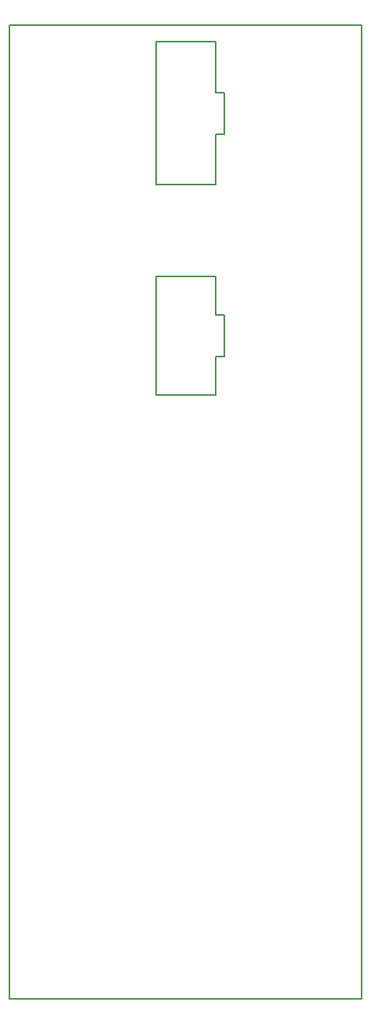
<source format=gm1>
%TF.GenerationSoftware,KiCad,Pcbnew,5.99.0-unknown-909dca71c~104~ubuntu18.04.1*%
%TF.CreationDate,2021-01-02T13:38:36-05:00*%
%TF.ProjectId,881_back_panel,3838315f-6261-4636-9b5f-70616e656c2e,rev?*%
%TF.SameCoordinates,Original*%
%TF.FileFunction,Profile,NP*%
%FSLAX46Y46*%
G04 Gerber Fmt 4.6, Leading zero omitted, Abs format (unit mm)*
G04 Created by KiCad (PCBNEW 5.99.0-unknown-909dca71c~104~ubuntu18.04.1) date 2021-01-02 13:38:36*
%MOMM*%
%LPD*%
G01*
G04 APERTURE LIST*
%TA.AperFunction,Profile*%
%ADD10C,0.200000*%
%TD*%
%TA.AperFunction,Profile*%
%ADD11C,0.150000*%
%TD*%
G04 APERTURE END LIST*
D10*
X133725000Y-94900000D02*
X127325000Y-94900000D01*
X127325000Y-94900000D02*
X127325000Y-82100000D01*
X133725000Y-94900000D02*
X133725000Y-90750000D01*
X133725000Y-86250000D02*
X133725000Y-82100000D01*
X133725000Y-82100000D02*
X127325000Y-82100000D01*
X133725000Y-86250000D02*
X134725000Y-86250000D01*
X134725000Y-90750000D02*
X134725000Y-86250000D01*
X133725000Y-90750000D02*
X134725000Y-90750000D01*
X133725000Y-56800000D02*
X127325000Y-56800000D01*
D11*
X149500000Y-160000000D02*
X111500000Y-160000000D01*
D10*
X133725000Y-62250000D02*
X133725000Y-56800000D01*
X133725000Y-62250000D02*
X134725000Y-62250000D01*
D11*
X149500000Y-55000000D02*
X149500000Y-160000000D01*
D10*
X134725000Y-66750000D02*
X134725000Y-62250000D01*
X127325000Y-72200000D02*
X127325000Y-56800000D01*
X133725000Y-72200000D02*
X127325000Y-72200000D01*
D11*
X111500000Y-160000000D02*
X111500000Y-55000000D01*
D10*
X133725000Y-66750000D02*
X134725000Y-66750000D01*
D11*
X111500000Y-55000000D02*
X149500000Y-55000000D01*
D10*
X133725000Y-72200000D02*
X133725000Y-66750000D01*
M02*

</source>
